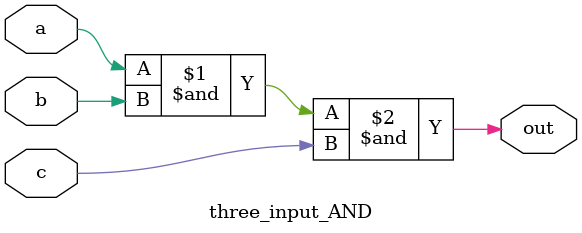
<source format=v>
module three_input_AND(out, a, b, c);
output out;
input a, b, c;
assign out = (a&b)&c;
endmodule
</source>
